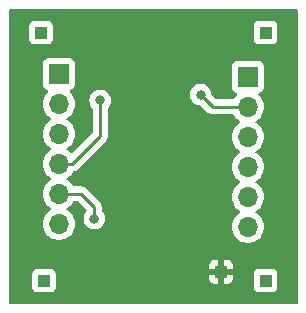
<source format=gbr>
G04 #@! TF.GenerationSoftware,KiCad,Pcbnew,8.0.02-1-dev-92ffd898f5*
G04 #@! TF.CreationDate,2024-03-29T15:55:26-07:00*
G04 #@! TF.ProjectId,sfh7072_breakoutboard,73666837-3037-4325-9f62-7265616b6f75,rev?*
G04 #@! TF.SameCoordinates,Original*
G04 #@! TF.FileFunction,Copper,L2,Bot*
G04 #@! TF.FilePolarity,Positive*
%FSLAX46Y46*%
G04 Gerber Fmt 4.6, Leading zero omitted, Abs format (unit mm)*
G04 Created by KiCad (PCBNEW 8.0.02-1-dev-92ffd898f5) date 2024-03-29 15:55:26*
%MOMM*%
%LPD*%
G01*
G04 APERTURE LIST*
G04 #@! TA.AperFunction,ComponentPad*
%ADD10R,1.000000X1.000000*%
G04 #@! TD*
G04 #@! TA.AperFunction,ComponentPad*
%ADD11O,1.700000X1.700000*%
G04 #@! TD*
G04 #@! TA.AperFunction,ComponentPad*
%ADD12R,1.700000X1.700000*%
G04 #@! TD*
G04 #@! TA.AperFunction,ViaPad*
%ADD13C,0.800000*%
G04 #@! TD*
G04 #@! TA.AperFunction,Conductor*
%ADD14C,0.250000*%
G04 #@! TD*
G04 APERTURE END LIST*
D10*
X37750000Y-37000000D03*
D11*
X40000000Y-33200000D03*
X40000000Y-30660000D03*
X40000000Y-28120000D03*
X40000000Y-25580000D03*
X40000000Y-23040000D03*
D12*
X40000000Y-20500000D03*
X24000000Y-20250000D03*
D11*
X24000000Y-22790000D03*
X24000000Y-25330000D03*
X24000000Y-27870000D03*
X24000000Y-30410000D03*
X24000000Y-32950000D03*
D10*
X41500000Y-37750000D03*
X41500000Y-16750000D03*
X22750000Y-37750000D03*
X22500000Y-16750000D03*
D13*
X36000000Y-19500000D03*
X28000000Y-19500000D03*
X27500000Y-22500000D03*
X36000000Y-22000000D03*
X28500000Y-37000000D03*
X27000000Y-32500000D03*
X35500000Y-37000000D03*
D14*
X27000000Y-32500000D02*
X27000000Y-31500000D01*
X27000000Y-31500000D02*
X25910000Y-30410000D01*
X25910000Y-30410000D02*
X24000000Y-30410000D01*
X27500000Y-22500000D02*
X27500000Y-25500000D01*
X27500000Y-25500000D02*
X25130000Y-27870000D01*
X25130000Y-27870000D02*
X24000000Y-27870000D01*
X40000000Y-23040000D02*
X37040000Y-23040000D01*
X37040000Y-23040000D02*
X36000000Y-22000000D01*
G04 #@! TA.AperFunction,Conductor*
G36*
X44181621Y-14780502D02*
G01*
X44228114Y-14834158D01*
X44239500Y-14886500D01*
X44239500Y-39613500D01*
X44219498Y-39681621D01*
X44165842Y-39728114D01*
X44113500Y-39739500D01*
X19886500Y-39739500D01*
X19818379Y-39719498D01*
X19771886Y-39665842D01*
X19760500Y-39613500D01*
X19760500Y-37201350D01*
X21741500Y-37201350D01*
X21741500Y-38298649D01*
X21748009Y-38359196D01*
X21748011Y-38359204D01*
X21799110Y-38496202D01*
X21799112Y-38496207D01*
X21886738Y-38613261D01*
X22003792Y-38700887D01*
X22003794Y-38700888D01*
X22003796Y-38700889D01*
X22062875Y-38722924D01*
X22140795Y-38751988D01*
X22140803Y-38751990D01*
X22201350Y-38758499D01*
X22201355Y-38758499D01*
X22201362Y-38758500D01*
X22201368Y-38758500D01*
X23298632Y-38758500D01*
X23298638Y-38758500D01*
X23298645Y-38758499D01*
X23298649Y-38758499D01*
X23359196Y-38751990D01*
X23359199Y-38751989D01*
X23359201Y-38751989D01*
X23496204Y-38700889D01*
X23613261Y-38613261D01*
X23700889Y-38496204D01*
X23751989Y-38359201D01*
X23758500Y-38298638D01*
X23758500Y-37548597D01*
X36742000Y-37548597D01*
X36748505Y-37609093D01*
X36799555Y-37745964D01*
X36799555Y-37745965D01*
X36887095Y-37862904D01*
X37004034Y-37950444D01*
X37140906Y-38001494D01*
X37201402Y-38007999D01*
X37201415Y-38008000D01*
X37496000Y-38008000D01*
X38004000Y-38008000D01*
X38298585Y-38008000D01*
X38298597Y-38007999D01*
X38359093Y-38001494D01*
X38495964Y-37950444D01*
X38495965Y-37950444D01*
X38612904Y-37862904D01*
X38700444Y-37745965D01*
X38700444Y-37745964D01*
X38751494Y-37609093D01*
X38757999Y-37548597D01*
X38758000Y-37548585D01*
X38758000Y-37254000D01*
X38004000Y-37254000D01*
X38004000Y-38008000D01*
X37496000Y-38008000D01*
X37496000Y-37254000D01*
X36742000Y-37254000D01*
X36742000Y-37548597D01*
X23758500Y-37548597D01*
X23758500Y-37201362D01*
X23758306Y-37199554D01*
X23751990Y-37140803D01*
X23751988Y-37140795D01*
X23700889Y-37003797D01*
X23700887Y-37003792D01*
X23666018Y-36957213D01*
X37425000Y-36957213D01*
X37425000Y-37042787D01*
X37447149Y-37125445D01*
X37489936Y-37199554D01*
X37550446Y-37260064D01*
X37624555Y-37302851D01*
X37707213Y-37325000D01*
X37792787Y-37325000D01*
X37875445Y-37302851D01*
X37949554Y-37260064D01*
X38008268Y-37201350D01*
X40491500Y-37201350D01*
X40491500Y-38298649D01*
X40498009Y-38359196D01*
X40498011Y-38359204D01*
X40549110Y-38496202D01*
X40549112Y-38496207D01*
X40636738Y-38613261D01*
X40753792Y-38700887D01*
X40753794Y-38700888D01*
X40753796Y-38700889D01*
X40812875Y-38722924D01*
X40890795Y-38751988D01*
X40890803Y-38751990D01*
X40951350Y-38758499D01*
X40951355Y-38758499D01*
X40951362Y-38758500D01*
X40951368Y-38758500D01*
X42048632Y-38758500D01*
X42048638Y-38758500D01*
X42048645Y-38758499D01*
X42048649Y-38758499D01*
X42109196Y-38751990D01*
X42109199Y-38751989D01*
X42109201Y-38751989D01*
X42246204Y-38700889D01*
X42363261Y-38613261D01*
X42450889Y-38496204D01*
X42501989Y-38359201D01*
X42508500Y-38298638D01*
X42508500Y-37201362D01*
X42508306Y-37199554D01*
X42501990Y-37140803D01*
X42501988Y-37140795D01*
X42450889Y-37003797D01*
X42450887Y-37003792D01*
X42363261Y-36886738D01*
X42246207Y-36799112D01*
X42246202Y-36799110D01*
X42109204Y-36748011D01*
X42109196Y-36748009D01*
X42048649Y-36741500D01*
X42048638Y-36741500D01*
X40951362Y-36741500D01*
X40951350Y-36741500D01*
X40890803Y-36748009D01*
X40890795Y-36748011D01*
X40753797Y-36799110D01*
X40753792Y-36799112D01*
X40636738Y-36886738D01*
X40549112Y-37003792D01*
X40549110Y-37003797D01*
X40498011Y-37140795D01*
X40498009Y-37140803D01*
X40491500Y-37201350D01*
X38008268Y-37201350D01*
X38010064Y-37199554D01*
X38052851Y-37125445D01*
X38075000Y-37042787D01*
X38075000Y-36957213D01*
X38052851Y-36874555D01*
X38010064Y-36800446D01*
X37955618Y-36746000D01*
X38004000Y-36746000D01*
X38758000Y-36746000D01*
X38758000Y-36451414D01*
X38757999Y-36451402D01*
X38751494Y-36390906D01*
X38700444Y-36254035D01*
X38700444Y-36254034D01*
X38612904Y-36137095D01*
X38495965Y-36049555D01*
X38359093Y-35998505D01*
X38298597Y-35992000D01*
X38004000Y-35992000D01*
X38004000Y-36746000D01*
X37955618Y-36746000D01*
X37949554Y-36739936D01*
X37875445Y-36697149D01*
X37792787Y-36675000D01*
X37707213Y-36675000D01*
X37624555Y-36697149D01*
X37550446Y-36739936D01*
X37489936Y-36800446D01*
X37447149Y-36874555D01*
X37425000Y-36957213D01*
X23666018Y-36957213D01*
X23613261Y-36886738D01*
X23496207Y-36799112D01*
X23496202Y-36799110D01*
X23359204Y-36748011D01*
X23359196Y-36748009D01*
X23298649Y-36741500D01*
X23298638Y-36741500D01*
X22201362Y-36741500D01*
X22201350Y-36741500D01*
X22140803Y-36748009D01*
X22140795Y-36748011D01*
X22003797Y-36799110D01*
X22003792Y-36799112D01*
X21886738Y-36886738D01*
X21799112Y-37003792D01*
X21799110Y-37003797D01*
X21748011Y-37140795D01*
X21748009Y-37140803D01*
X21741500Y-37201350D01*
X19760500Y-37201350D01*
X19760500Y-36451402D01*
X36742000Y-36451402D01*
X36742000Y-36746000D01*
X37496000Y-36746000D01*
X37496000Y-35992000D01*
X37201402Y-35992000D01*
X37140906Y-35998505D01*
X37004035Y-36049555D01*
X37004034Y-36049555D01*
X36887095Y-36137095D01*
X36799555Y-36254034D01*
X36799555Y-36254035D01*
X36748505Y-36390906D01*
X36742000Y-36451402D01*
X19760500Y-36451402D01*
X19760500Y-22790000D01*
X22636844Y-22790000D01*
X22649721Y-22945405D01*
X22655437Y-23014375D01*
X22710702Y-23232612D01*
X22710703Y-23232613D01*
X22801141Y-23438793D01*
X22924275Y-23627265D01*
X22924279Y-23627270D01*
X23076762Y-23792908D01*
X23131331Y-23835381D01*
X23254424Y-23931189D01*
X23287680Y-23949186D01*
X23338071Y-23999200D01*
X23353423Y-24068516D01*
X23328862Y-24135129D01*
X23287680Y-24170813D01*
X23254426Y-24188810D01*
X23254424Y-24188811D01*
X23076762Y-24327091D01*
X22924279Y-24492729D01*
X22924275Y-24492734D01*
X22801141Y-24681206D01*
X22710703Y-24887386D01*
X22710702Y-24887387D01*
X22655437Y-25105624D01*
X22636844Y-25330000D01*
X22655437Y-25554375D01*
X22710702Y-25772612D01*
X22710703Y-25772613D01*
X22710704Y-25772616D01*
X22768261Y-25903833D01*
X22801141Y-25978793D01*
X22924275Y-26167265D01*
X22924279Y-26167270D01*
X23076762Y-26332908D01*
X23131331Y-26375381D01*
X23254424Y-26471189D01*
X23287680Y-26489186D01*
X23338071Y-26539200D01*
X23353423Y-26608516D01*
X23328862Y-26675129D01*
X23287680Y-26710813D01*
X23254426Y-26728810D01*
X23254424Y-26728811D01*
X23076762Y-26867091D01*
X22924279Y-27032729D01*
X22924275Y-27032734D01*
X22801141Y-27221206D01*
X22710703Y-27427386D01*
X22710702Y-27427387D01*
X22655437Y-27645624D01*
X22636844Y-27870000D01*
X22655437Y-28094375D01*
X22710702Y-28312612D01*
X22710703Y-28312613D01*
X22710704Y-28312616D01*
X22801140Y-28518791D01*
X22801141Y-28518793D01*
X22924275Y-28707265D01*
X22924279Y-28707270D01*
X23076762Y-28872908D01*
X23131331Y-28915381D01*
X23254424Y-29011189D01*
X23287680Y-29029186D01*
X23338071Y-29079200D01*
X23353423Y-29148516D01*
X23328862Y-29215129D01*
X23287680Y-29250813D01*
X23254426Y-29268810D01*
X23254424Y-29268811D01*
X23076762Y-29407091D01*
X22924279Y-29572729D01*
X22924275Y-29572734D01*
X22801141Y-29761206D01*
X22710703Y-29967386D01*
X22710702Y-29967387D01*
X22655437Y-30185624D01*
X22636844Y-30410000D01*
X22655437Y-30634375D01*
X22710702Y-30852612D01*
X22710703Y-30852613D01*
X22801141Y-31058793D01*
X22924275Y-31247265D01*
X22924279Y-31247270D01*
X23076762Y-31412908D01*
X23108490Y-31437603D01*
X23254424Y-31551189D01*
X23287680Y-31569186D01*
X23338071Y-31619200D01*
X23353423Y-31688516D01*
X23328862Y-31755129D01*
X23287680Y-31790813D01*
X23254426Y-31808810D01*
X23254424Y-31808811D01*
X23076762Y-31947091D01*
X22924279Y-32112729D01*
X22924275Y-32112734D01*
X22801141Y-32301206D01*
X22710703Y-32507386D01*
X22710702Y-32507387D01*
X22655437Y-32725624D01*
X22636844Y-32950000D01*
X22655437Y-33174375D01*
X22710702Y-33392612D01*
X22710703Y-33392613D01*
X22710704Y-33392616D01*
X22724632Y-33424368D01*
X22801141Y-33598793D01*
X22924275Y-33787265D01*
X22924279Y-33787270D01*
X23076762Y-33952908D01*
X23131331Y-33995381D01*
X23254424Y-34091189D01*
X23452426Y-34198342D01*
X23452427Y-34198342D01*
X23452428Y-34198343D01*
X23465720Y-34202906D01*
X23665365Y-34271444D01*
X23887431Y-34308500D01*
X23887435Y-34308500D01*
X24112565Y-34308500D01*
X24112569Y-34308500D01*
X24334635Y-34271444D01*
X24547574Y-34198342D01*
X24745576Y-34091189D01*
X24923240Y-33952906D01*
X25075722Y-33787268D01*
X25198860Y-33598791D01*
X25289296Y-33392616D01*
X25344564Y-33174368D01*
X25363156Y-32950000D01*
X25344564Y-32725632D01*
X25289296Y-32507384D01*
X25198860Y-32301209D01*
X25192140Y-32290924D01*
X25075724Y-32112734D01*
X25075720Y-32112729D01*
X24923237Y-31947091D01*
X24823163Y-31869200D01*
X24745576Y-31808811D01*
X24712319Y-31790813D01*
X24661929Y-31740802D01*
X24646576Y-31671485D01*
X24671136Y-31604872D01*
X24712320Y-31569186D01*
X24745576Y-31551189D01*
X24923240Y-31412906D01*
X25075722Y-31247268D01*
X25170230Y-31102613D01*
X25171555Y-31100585D01*
X25225558Y-31054496D01*
X25277038Y-31043500D01*
X25595406Y-31043500D01*
X25663527Y-31063502D01*
X25684501Y-31080405D01*
X26321483Y-31717387D01*
X26355509Y-31779699D01*
X26350444Y-31850514D01*
X26326026Y-31890791D01*
X26260957Y-31963059D01*
X26165476Y-32128438D01*
X26165473Y-32128445D01*
X26106457Y-32310072D01*
X26086496Y-32500000D01*
X26106457Y-32689927D01*
X26128377Y-32757387D01*
X26165473Y-32871556D01*
X26165476Y-32871561D01*
X26260958Y-33036941D01*
X26260965Y-33036951D01*
X26388744Y-33178864D01*
X26388747Y-33178866D01*
X26543248Y-33291118D01*
X26717712Y-33368794D01*
X26904513Y-33408500D01*
X27095487Y-33408500D01*
X27282288Y-33368794D01*
X27456752Y-33291118D01*
X27611253Y-33178866D01*
X27739040Y-33036944D01*
X27834527Y-32871556D01*
X27893542Y-32689928D01*
X27913504Y-32500000D01*
X27893542Y-32310072D01*
X27834527Y-32128444D01*
X27739040Y-31963056D01*
X27665863Y-31881784D01*
X27635146Y-31817776D01*
X27633500Y-31797474D01*
X27633500Y-31437607D01*
X27633499Y-31437603D01*
X27628587Y-31412908D01*
X27609155Y-31315215D01*
X27604046Y-31302881D01*
X27561401Y-31199925D01*
X27492072Y-31096167D01*
X26313833Y-29917929D01*
X26210075Y-29848600D01*
X26094785Y-29800845D01*
X26021086Y-29786185D01*
X25972396Y-29776500D01*
X25972394Y-29776500D01*
X25277038Y-29776500D01*
X25208917Y-29756498D01*
X25171555Y-29719415D01*
X25075724Y-29572734D01*
X25075720Y-29572729D01*
X24923237Y-29407091D01*
X24823163Y-29329200D01*
X24745576Y-29268811D01*
X24712319Y-29250813D01*
X24661929Y-29200802D01*
X24646576Y-29131485D01*
X24671136Y-29064872D01*
X24712320Y-29029186D01*
X24745576Y-29011189D01*
X24923240Y-28872906D01*
X25075722Y-28707268D01*
X25182344Y-28544069D01*
X25236347Y-28497981D01*
X25263241Y-28489407D01*
X25314785Y-28479155D01*
X25430075Y-28431400D01*
X25533833Y-28362071D01*
X27992071Y-25903833D01*
X28061400Y-25800075D01*
X28109155Y-25684785D01*
X28133500Y-25562394D01*
X28133500Y-25437606D01*
X28133500Y-23202524D01*
X28153502Y-23134403D01*
X28165858Y-23118220D01*
X28239040Y-23036944D01*
X28334527Y-22871556D01*
X28393542Y-22689928D01*
X28413504Y-22500000D01*
X28393542Y-22310072D01*
X28334527Y-22128444D01*
X28260370Y-22000000D01*
X35086496Y-22000000D01*
X35106457Y-22189927D01*
X35136526Y-22282470D01*
X35165473Y-22371556D01*
X35165476Y-22371561D01*
X35260958Y-22536941D01*
X35260965Y-22536951D01*
X35388744Y-22678864D01*
X35388747Y-22678866D01*
X35543248Y-22791118D01*
X35717712Y-22868794D01*
X35904513Y-22908500D01*
X35960406Y-22908500D01*
X36028527Y-22928502D01*
X36049501Y-22945405D01*
X36636167Y-23532071D01*
X36739925Y-23601400D01*
X36855215Y-23649155D01*
X36977606Y-23673500D01*
X37102394Y-23673500D01*
X38722962Y-23673500D01*
X38791083Y-23693502D01*
X38828445Y-23730585D01*
X38924275Y-23877265D01*
X38924279Y-23877270D01*
X39076762Y-24042908D01*
X39087782Y-24051485D01*
X39254424Y-24181189D01*
X39287680Y-24199186D01*
X39338071Y-24249200D01*
X39353423Y-24318516D01*
X39328862Y-24385129D01*
X39287680Y-24420813D01*
X39254426Y-24438810D01*
X39254424Y-24438811D01*
X39076762Y-24577091D01*
X38924279Y-24742729D01*
X38924275Y-24742734D01*
X38801141Y-24931206D01*
X38710703Y-25137386D01*
X38710702Y-25137387D01*
X38655437Y-25355624D01*
X38655436Y-25355630D01*
X38655436Y-25355632D01*
X38636844Y-25580000D01*
X38655080Y-25800076D01*
X38655437Y-25804375D01*
X38710702Y-26022612D01*
X38710703Y-26022613D01*
X38710704Y-26022616D01*
X38774154Y-26167268D01*
X38801141Y-26228793D01*
X38924275Y-26417265D01*
X38924279Y-26417270D01*
X39076762Y-26582908D01*
X39087782Y-26591485D01*
X39254424Y-26721189D01*
X39287680Y-26739186D01*
X39338071Y-26789200D01*
X39353423Y-26858516D01*
X39328862Y-26925129D01*
X39287680Y-26960813D01*
X39254426Y-26978810D01*
X39254424Y-26978811D01*
X39076762Y-27117091D01*
X38924279Y-27282729D01*
X38924275Y-27282734D01*
X38801141Y-27471206D01*
X38710703Y-27677386D01*
X38710702Y-27677387D01*
X38655437Y-27895624D01*
X38636844Y-28120000D01*
X38655437Y-28344375D01*
X38710702Y-28562612D01*
X38710703Y-28562613D01*
X38710704Y-28562616D01*
X38774154Y-28707268D01*
X38801141Y-28768793D01*
X38924275Y-28957265D01*
X38924279Y-28957270D01*
X39076762Y-29122908D01*
X39087782Y-29131485D01*
X39254424Y-29261189D01*
X39287680Y-29279186D01*
X39338071Y-29329200D01*
X39353423Y-29398516D01*
X39328862Y-29465129D01*
X39287680Y-29500813D01*
X39254426Y-29518810D01*
X39254424Y-29518811D01*
X39076762Y-29657091D01*
X38924279Y-29822729D01*
X38924275Y-29822734D01*
X38801141Y-30011206D01*
X38710703Y-30217386D01*
X38710702Y-30217387D01*
X38655437Y-30435624D01*
X38636844Y-30660000D01*
X38655437Y-30884375D01*
X38710702Y-31102612D01*
X38710703Y-31102613D01*
X38710704Y-31102616D01*
X38798548Y-31302881D01*
X38801141Y-31308793D01*
X38924275Y-31497265D01*
X38924279Y-31497270D01*
X39076762Y-31662908D01*
X39087782Y-31671485D01*
X39254424Y-31801189D01*
X39287680Y-31819186D01*
X39338071Y-31869200D01*
X39353423Y-31938516D01*
X39328862Y-32005129D01*
X39287680Y-32040813D01*
X39254426Y-32058810D01*
X39254424Y-32058811D01*
X39076762Y-32197091D01*
X38924279Y-32362729D01*
X38924275Y-32362734D01*
X38801141Y-32551206D01*
X38710703Y-32757386D01*
X38710702Y-32757387D01*
X38655437Y-32975624D01*
X38655436Y-32975630D01*
X38655436Y-32975632D01*
X38636844Y-33200000D01*
X38654121Y-33408500D01*
X38655437Y-33424375D01*
X38710702Y-33642612D01*
X38710703Y-33642613D01*
X38710704Y-33642616D01*
X38774154Y-33787268D01*
X38801141Y-33848793D01*
X38924275Y-34037265D01*
X38924279Y-34037270D01*
X38973915Y-34091188D01*
X39072559Y-34198343D01*
X39076762Y-34202908D01*
X39131331Y-34245381D01*
X39254424Y-34341189D01*
X39452426Y-34448342D01*
X39452427Y-34448342D01*
X39452428Y-34448343D01*
X39564227Y-34486723D01*
X39665365Y-34521444D01*
X39887431Y-34558500D01*
X39887435Y-34558500D01*
X40112565Y-34558500D01*
X40112569Y-34558500D01*
X40334635Y-34521444D01*
X40547574Y-34448342D01*
X40745576Y-34341189D01*
X40923240Y-34202906D01*
X41075722Y-34037268D01*
X41198860Y-33848791D01*
X41289296Y-33642616D01*
X41344564Y-33424368D01*
X41363156Y-33200000D01*
X41344564Y-32975632D01*
X41289296Y-32757384D01*
X41198860Y-32551209D01*
X41165404Y-32500000D01*
X41075724Y-32362734D01*
X41075720Y-32362729D01*
X40923237Y-32197091D01*
X40814849Y-32112729D01*
X40745576Y-32058811D01*
X40712319Y-32040813D01*
X40661929Y-31990802D01*
X40646576Y-31921485D01*
X40671136Y-31854872D01*
X40712320Y-31819186D01*
X40745576Y-31801189D01*
X40923240Y-31662906D01*
X41075722Y-31497268D01*
X41198860Y-31308791D01*
X41289296Y-31102616D01*
X41344564Y-30884368D01*
X41363156Y-30660000D01*
X41344564Y-30435632D01*
X41289296Y-30217384D01*
X41198860Y-30011209D01*
X41170228Y-29967384D01*
X41075724Y-29822734D01*
X41075720Y-29822729D01*
X40923237Y-29657091D01*
X40814849Y-29572729D01*
X40745576Y-29518811D01*
X40712319Y-29500813D01*
X40661929Y-29450802D01*
X40646576Y-29381485D01*
X40671136Y-29314872D01*
X40712320Y-29279186D01*
X40745576Y-29261189D01*
X40923240Y-29122906D01*
X41075722Y-28957268D01*
X41198860Y-28768791D01*
X41289296Y-28562616D01*
X41344564Y-28344368D01*
X41363156Y-28120000D01*
X41344564Y-27895632D01*
X41289296Y-27677384D01*
X41198860Y-27471209D01*
X41170228Y-27427384D01*
X41075724Y-27282734D01*
X41075720Y-27282729D01*
X40923237Y-27117091D01*
X40811936Y-27030462D01*
X40745576Y-26978811D01*
X40712319Y-26960813D01*
X40661929Y-26910802D01*
X40646576Y-26841485D01*
X40671136Y-26774872D01*
X40712320Y-26739186D01*
X40745576Y-26721189D01*
X40923240Y-26582906D01*
X41075722Y-26417268D01*
X41198860Y-26228791D01*
X41289296Y-26022616D01*
X41344564Y-25804368D01*
X41363156Y-25580000D01*
X41344564Y-25355632D01*
X41289296Y-25137384D01*
X41198860Y-24931209D01*
X41170228Y-24887384D01*
X41075724Y-24742734D01*
X41075720Y-24742729D01*
X40923237Y-24577091D01*
X40814849Y-24492729D01*
X40745576Y-24438811D01*
X40712319Y-24420813D01*
X40661929Y-24370802D01*
X40646576Y-24301485D01*
X40671136Y-24234872D01*
X40712320Y-24199186D01*
X40745576Y-24181189D01*
X40923240Y-24042906D01*
X41075722Y-23877268D01*
X41198860Y-23688791D01*
X41289296Y-23482616D01*
X41344564Y-23264368D01*
X41363156Y-23040000D01*
X41344564Y-22815632D01*
X41338073Y-22790000D01*
X41289297Y-22597387D01*
X41289296Y-22597386D01*
X41289296Y-22597384D01*
X41198860Y-22391209D01*
X41145851Y-22310072D01*
X41075724Y-22202734D01*
X41075719Y-22202729D01*
X41019085Y-22141209D01*
X40932524Y-22047179D01*
X40901103Y-21983514D01*
X40909090Y-21912968D01*
X40953948Y-21857939D01*
X40981183Y-21843789D01*
X41096204Y-21800889D01*
X41213261Y-21713261D01*
X41261508Y-21648811D01*
X41300887Y-21596207D01*
X41300887Y-21596206D01*
X41300889Y-21596204D01*
X41351989Y-21459201D01*
X41358500Y-21398638D01*
X41358500Y-19601362D01*
X41358499Y-19601350D01*
X41351990Y-19540803D01*
X41351988Y-19540795D01*
X41300889Y-19403797D01*
X41300887Y-19403792D01*
X41213261Y-19286738D01*
X41096207Y-19199112D01*
X41096202Y-19199110D01*
X40959204Y-19148011D01*
X40959196Y-19148009D01*
X40898649Y-19141500D01*
X40898638Y-19141500D01*
X39101362Y-19141500D01*
X39101350Y-19141500D01*
X39040803Y-19148009D01*
X39040795Y-19148011D01*
X38903797Y-19199110D01*
X38903792Y-19199112D01*
X38786738Y-19286738D01*
X38699112Y-19403792D01*
X38699110Y-19403797D01*
X38648011Y-19540795D01*
X38648009Y-19540803D01*
X38641500Y-19601350D01*
X38641500Y-21398649D01*
X38648009Y-21459196D01*
X38648011Y-21459204D01*
X38699110Y-21596202D01*
X38699112Y-21596207D01*
X38786738Y-21713261D01*
X38903791Y-21800886D01*
X38903792Y-21800886D01*
X38903796Y-21800889D01*
X39018810Y-21843787D01*
X39075642Y-21886332D01*
X39100453Y-21952852D01*
X39085362Y-22022226D01*
X39067475Y-22047179D01*
X38924280Y-22202729D01*
X38924275Y-22202734D01*
X38828445Y-22349415D01*
X38774442Y-22395504D01*
X38722962Y-22406500D01*
X37354594Y-22406500D01*
X37286473Y-22386498D01*
X37265499Y-22369595D01*
X36947122Y-22051218D01*
X36913096Y-21988906D01*
X36910907Y-21975293D01*
X36908548Y-21952852D01*
X36893542Y-21810072D01*
X36834527Y-21628444D01*
X36739040Y-21463056D01*
X36739038Y-21463054D01*
X36739034Y-21463048D01*
X36611255Y-21321135D01*
X36456752Y-21208882D01*
X36282288Y-21131206D01*
X36095487Y-21091500D01*
X35904513Y-21091500D01*
X35717711Y-21131206D01*
X35543247Y-21208882D01*
X35388744Y-21321135D01*
X35260965Y-21463048D01*
X35260958Y-21463058D01*
X35165476Y-21628438D01*
X35165473Y-21628445D01*
X35106457Y-21810072D01*
X35086496Y-22000000D01*
X28260370Y-22000000D01*
X28239040Y-21963056D01*
X28239038Y-21963054D01*
X28239034Y-21963048D01*
X28111255Y-21821135D01*
X27956752Y-21708882D01*
X27782288Y-21631206D01*
X27595487Y-21591500D01*
X27404513Y-21591500D01*
X27217711Y-21631206D01*
X27043247Y-21708882D01*
X26888744Y-21821135D01*
X26760965Y-21963048D01*
X26760958Y-21963058D01*
X26665476Y-22128438D01*
X26665473Y-22128444D01*
X26650999Y-22172986D01*
X26606457Y-22310072D01*
X26586496Y-22500000D01*
X26606457Y-22689927D01*
X26636526Y-22782470D01*
X26665473Y-22871556D01*
X26665476Y-22871561D01*
X26747925Y-23014368D01*
X26760960Y-23036944D01*
X26834137Y-23118215D01*
X26864853Y-23182220D01*
X26866500Y-23202524D01*
X26866500Y-25185405D01*
X26846498Y-25253526D01*
X26829595Y-25274500D01*
X25166488Y-26937606D01*
X25104176Y-26971632D01*
X25033360Y-26966567D01*
X24984695Y-26933851D01*
X24923240Y-26867094D01*
X24923239Y-26867093D01*
X24923237Y-26867091D01*
X24823163Y-26789200D01*
X24745576Y-26728811D01*
X24712319Y-26710813D01*
X24661929Y-26660802D01*
X24646576Y-26591485D01*
X24671136Y-26524872D01*
X24712320Y-26489186D01*
X24745576Y-26471189D01*
X24923240Y-26332906D01*
X25075722Y-26167268D01*
X25198860Y-25978791D01*
X25289296Y-25772616D01*
X25344564Y-25554368D01*
X25363156Y-25330000D01*
X25344564Y-25105632D01*
X25289296Y-24887384D01*
X25198860Y-24681209D01*
X25192140Y-24670924D01*
X25075724Y-24492734D01*
X25075720Y-24492729D01*
X24923237Y-24327091D01*
X24823163Y-24249200D01*
X24745576Y-24188811D01*
X24712319Y-24170813D01*
X24661929Y-24120802D01*
X24646576Y-24051485D01*
X24671136Y-23984872D01*
X24712320Y-23949186D01*
X24745576Y-23931189D01*
X24923240Y-23792906D01*
X25075722Y-23627268D01*
X25198860Y-23438791D01*
X25289296Y-23232616D01*
X25344564Y-23014368D01*
X25363156Y-22790000D01*
X25344564Y-22565632D01*
X25299201Y-22386498D01*
X25289297Y-22347387D01*
X25289296Y-22347386D01*
X25289296Y-22347384D01*
X25198860Y-22141209D01*
X25140066Y-22051218D01*
X25075724Y-21952734D01*
X25075719Y-21952729D01*
X24932524Y-21797179D01*
X24901103Y-21733514D01*
X24909090Y-21662968D01*
X24953948Y-21607939D01*
X24981183Y-21593789D01*
X25096204Y-21550889D01*
X25213261Y-21463261D01*
X25300889Y-21346204D01*
X25351989Y-21209201D01*
X25352024Y-21208882D01*
X25358499Y-21148649D01*
X25358500Y-21148632D01*
X25358500Y-19351367D01*
X25358499Y-19351350D01*
X25351990Y-19290803D01*
X25351988Y-19290795D01*
X25300889Y-19153797D01*
X25300887Y-19153792D01*
X25213261Y-19036738D01*
X25096207Y-18949112D01*
X25096202Y-18949110D01*
X24959204Y-18898011D01*
X24959196Y-18898009D01*
X24898649Y-18891500D01*
X24898638Y-18891500D01*
X23101362Y-18891500D01*
X23101350Y-18891500D01*
X23040803Y-18898009D01*
X23040795Y-18898011D01*
X22903797Y-18949110D01*
X22903792Y-18949112D01*
X22786738Y-19036738D01*
X22699112Y-19153792D01*
X22699110Y-19153797D01*
X22648011Y-19290795D01*
X22648009Y-19290803D01*
X22641500Y-19351350D01*
X22641500Y-21148649D01*
X22648009Y-21209196D01*
X22648011Y-21209204D01*
X22699110Y-21346202D01*
X22699112Y-21346207D01*
X22786738Y-21463261D01*
X22903791Y-21550886D01*
X22903792Y-21550886D01*
X22903796Y-21550889D01*
X23018810Y-21593787D01*
X23075642Y-21636332D01*
X23100453Y-21702852D01*
X23085362Y-21772226D01*
X23067475Y-21797179D01*
X22924280Y-21952729D01*
X22924275Y-21952734D01*
X22801141Y-22141206D01*
X22710703Y-22347386D01*
X22710702Y-22347387D01*
X22655437Y-22565624D01*
X22655436Y-22565630D01*
X22655436Y-22565632D01*
X22636844Y-22790000D01*
X19760500Y-22790000D01*
X19760500Y-16201350D01*
X21491500Y-16201350D01*
X21491500Y-17298649D01*
X21498009Y-17359196D01*
X21498011Y-17359204D01*
X21549110Y-17496202D01*
X21549112Y-17496207D01*
X21636738Y-17613261D01*
X21753792Y-17700887D01*
X21753794Y-17700888D01*
X21753796Y-17700889D01*
X21812875Y-17722924D01*
X21890795Y-17751988D01*
X21890803Y-17751990D01*
X21951350Y-17758499D01*
X21951355Y-17758499D01*
X21951362Y-17758500D01*
X21951368Y-17758500D01*
X23048632Y-17758500D01*
X23048638Y-17758500D01*
X23048645Y-17758499D01*
X23048649Y-17758499D01*
X23109196Y-17751990D01*
X23109199Y-17751989D01*
X23109201Y-17751989D01*
X23246204Y-17700889D01*
X23363261Y-17613261D01*
X23450889Y-17496204D01*
X23501989Y-17359201D01*
X23508500Y-17298638D01*
X23508500Y-16201362D01*
X23508499Y-16201350D01*
X40491500Y-16201350D01*
X40491500Y-17298649D01*
X40498009Y-17359196D01*
X40498011Y-17359204D01*
X40549110Y-17496202D01*
X40549112Y-17496207D01*
X40636738Y-17613261D01*
X40753792Y-17700887D01*
X40753794Y-17700888D01*
X40753796Y-17700889D01*
X40812875Y-17722924D01*
X40890795Y-17751988D01*
X40890803Y-17751990D01*
X40951350Y-17758499D01*
X40951355Y-17758499D01*
X40951362Y-17758500D01*
X40951368Y-17758500D01*
X42048632Y-17758500D01*
X42048638Y-17758500D01*
X42048645Y-17758499D01*
X42048649Y-17758499D01*
X42109196Y-17751990D01*
X42109199Y-17751989D01*
X42109201Y-17751989D01*
X42246204Y-17700889D01*
X42363261Y-17613261D01*
X42450889Y-17496204D01*
X42501989Y-17359201D01*
X42508500Y-17298638D01*
X42508500Y-16201362D01*
X42508499Y-16201350D01*
X42501990Y-16140803D01*
X42501988Y-16140795D01*
X42450889Y-16003797D01*
X42450887Y-16003792D01*
X42363261Y-15886738D01*
X42246207Y-15799112D01*
X42246202Y-15799110D01*
X42109204Y-15748011D01*
X42109196Y-15748009D01*
X42048649Y-15741500D01*
X42048638Y-15741500D01*
X40951362Y-15741500D01*
X40951350Y-15741500D01*
X40890803Y-15748009D01*
X40890795Y-15748011D01*
X40753797Y-15799110D01*
X40753792Y-15799112D01*
X40636738Y-15886738D01*
X40549112Y-16003792D01*
X40549110Y-16003797D01*
X40498011Y-16140795D01*
X40498009Y-16140803D01*
X40491500Y-16201350D01*
X23508499Y-16201350D01*
X23501990Y-16140803D01*
X23501988Y-16140795D01*
X23450889Y-16003797D01*
X23450887Y-16003792D01*
X23363261Y-15886738D01*
X23246207Y-15799112D01*
X23246202Y-15799110D01*
X23109204Y-15748011D01*
X23109196Y-15748009D01*
X23048649Y-15741500D01*
X23048638Y-15741500D01*
X21951362Y-15741500D01*
X21951350Y-15741500D01*
X21890803Y-15748009D01*
X21890795Y-15748011D01*
X21753797Y-15799110D01*
X21753792Y-15799112D01*
X21636738Y-15886738D01*
X21549112Y-16003792D01*
X21549110Y-16003797D01*
X21498011Y-16140795D01*
X21498009Y-16140803D01*
X21491500Y-16201350D01*
X19760500Y-16201350D01*
X19760500Y-14886500D01*
X19780502Y-14818379D01*
X19834158Y-14771886D01*
X19886500Y-14760500D01*
X44113500Y-14760500D01*
X44181621Y-14780502D01*
G37*
G04 #@! TD.AperFunction*
M02*

</source>
